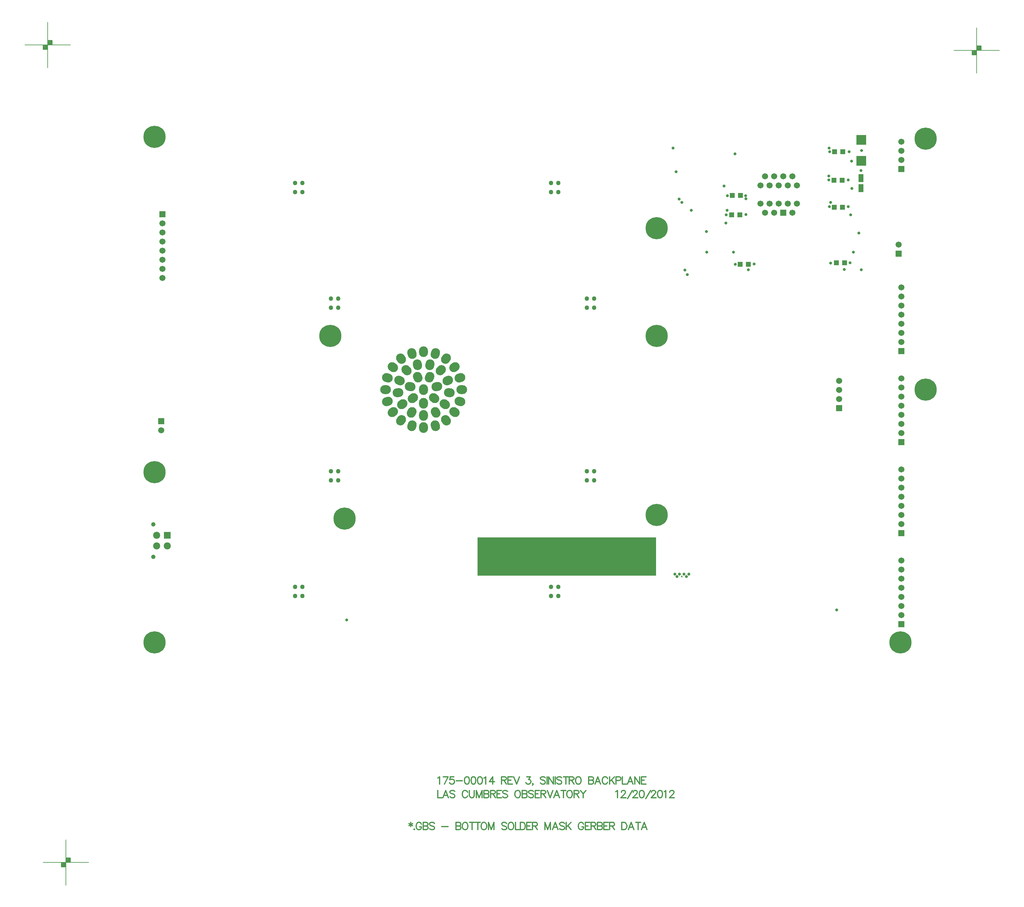
<source format=gbs>
%FSLAX23Y23*%
%MOIN*%
G70*
G01*
G75*
G04 Layer_Color=16711935*
%ADD10R,0.037X0.035*%
%ADD11R,0.037X0.035*%
%ADD12R,0.070X0.135*%
%ADD13R,0.036X0.036*%
%ADD14R,0.036X0.028*%
%ADD15R,0.100X0.100*%
%ADD16R,0.078X0.048*%
%ADD17R,0.050X0.050*%
%ADD18R,0.050X0.050*%
%ADD19R,0.016X0.085*%
%ADD20R,0.709X0.020*%
%ADD21R,0.048X0.078*%
%ADD22R,0.135X0.070*%
%ADD23C,0.010*%
%ADD24C,0.030*%
%ADD25C,0.050*%
%ADD26C,0.006*%
%ADD27C,0.012*%
%ADD28C,0.008*%
%ADD29C,0.012*%
%ADD30C,0.012*%
%ADD31C,0.050*%
%ADD32O,0.090X0.110*%
G04:AMPARAMS|DCode=33|XSize=90mil|YSize=110mil|CornerRadius=0mil|HoleSize=0mil|Usage=FLASHONLY|Rotation=231.428|XOffset=0mil|YOffset=0mil|HoleType=Round|Shape=Round|*
%AMOVALD33*
21,1,0.020,0.090,0.000,0.000,321.4*
1,1,0.090,-0.008,0.006*
1,1,0.090,0.008,-0.006*
%
%ADD33OVALD33*%

G04:AMPARAMS|DCode=34|XSize=90mil|YSize=110mil|CornerRadius=0mil|HoleSize=0mil|Usage=FLASHONLY|Rotation=282.856|XOffset=0mil|YOffset=0mil|HoleType=Round|Shape=Round|*
%AMOVALD34*
21,1,0.020,0.090,0.000,0.000,12.9*
1,1,0.090,-0.010,-0.002*
1,1,0.090,0.010,0.002*
%
%ADD34OVALD34*%

G04:AMPARAMS|DCode=35|XSize=90mil|YSize=110mil|CornerRadius=0mil|HoleSize=0mil|Usage=FLASHONLY|Rotation=334.284|XOffset=0mil|YOffset=0mil|HoleType=Round|Shape=Round|*
%AMOVALD35*
21,1,0.020,0.090,0.000,0.000,64.3*
1,1,0.090,-0.004,-0.009*
1,1,0.090,0.004,0.009*
%
%ADD35OVALD35*%

G04:AMPARAMS|DCode=36|XSize=90mil|YSize=110mil|CornerRadius=0mil|HoleSize=0mil|Usage=FLASHONLY|Rotation=25.712|XOffset=0mil|YOffset=0mil|HoleType=Round|Shape=Round|*
%AMOVALD36*
21,1,0.020,0.090,0.000,0.000,115.7*
1,1,0.090,0.004,-0.009*
1,1,0.090,-0.004,0.009*
%
%ADD36OVALD36*%

G04:AMPARAMS|DCode=37|XSize=90mil|YSize=110mil|CornerRadius=0mil|HoleSize=0mil|Usage=FLASHONLY|Rotation=77.140|XOffset=0mil|YOffset=0mil|HoleType=Round|Shape=Round|*
%AMOVALD37*
21,1,0.020,0.090,0.000,0.000,167.1*
1,1,0.090,0.010,-0.002*
1,1,0.090,-0.010,0.002*
%
%ADD37OVALD37*%

G04:AMPARAMS|DCode=38|XSize=90mil|YSize=110mil|CornerRadius=0mil|HoleSize=0mil|Usage=FLASHONLY|Rotation=128.568|XOffset=0mil|YOffset=0mil|HoleType=Round|Shape=Round|*
%AMOVALD38*
21,1,0.020,0.090,0.000,0.000,218.6*
1,1,0.090,0.008,0.006*
1,1,0.090,-0.008,-0.006*
%
%ADD38OVALD38*%

G04:AMPARAMS|DCode=39|XSize=90mil|YSize=110mil|CornerRadius=0mil|HoleSize=0mil|Usage=FLASHONLY|Rotation=207.692|XOffset=0mil|YOffset=0mil|HoleType=Round|Shape=Round|*
%AMOVALD39*
21,1,0.020,0.090,0.000,0.000,297.7*
1,1,0.090,-0.005,0.009*
1,1,0.090,0.005,-0.009*
%
%ADD39OVALD39*%

G04:AMPARAMS|DCode=40|XSize=90mil|YSize=110mil|CornerRadius=0mil|HoleSize=0mil|Usage=FLASHONLY|Rotation=235.384|XOffset=0mil|YOffset=0mil|HoleType=Round|Shape=Round|*
%AMOVALD40*
21,1,0.020,0.090,0.000,0.000,325.4*
1,1,0.090,-0.008,0.006*
1,1,0.090,0.008,-0.006*
%
%ADD40OVALD40*%

G04:AMPARAMS|DCode=41|XSize=90mil|YSize=110mil|CornerRadius=0mil|HoleSize=0mil|Usage=FLASHONLY|Rotation=263.076|XOffset=0mil|YOffset=0mil|HoleType=Round|Shape=Round|*
%AMOVALD41*
21,1,0.020,0.090,0.000,0.000,353.1*
1,1,0.090,-0.010,0.001*
1,1,0.090,0.010,-0.001*
%
%ADD41OVALD41*%

G04:AMPARAMS|DCode=42|XSize=90mil|YSize=110mil|CornerRadius=0mil|HoleSize=0mil|Usage=FLASHONLY|Rotation=290.768|XOffset=0mil|YOffset=0mil|HoleType=Round|Shape=Round|*
%AMOVALD42*
21,1,0.020,0.090,0.000,0.000,20.8*
1,1,0.090,-0.009,-0.004*
1,1,0.090,0.009,0.004*
%
%ADD42OVALD42*%

G04:AMPARAMS|DCode=43|XSize=90mil|YSize=110mil|CornerRadius=0mil|HoleSize=0mil|Usage=FLASHONLY|Rotation=318.460|XOffset=0mil|YOffset=0mil|HoleType=Round|Shape=Round|*
%AMOVALD43*
21,1,0.020,0.090,0.000,0.000,48.5*
1,1,0.090,-0.007,-0.007*
1,1,0.090,0.007,0.007*
%
%ADD43OVALD43*%

G04:AMPARAMS|DCode=44|XSize=90mil|YSize=110mil|CornerRadius=0mil|HoleSize=0mil|Usage=FLASHONLY|Rotation=346.152|XOffset=0mil|YOffset=0mil|HoleType=Round|Shape=Round|*
%AMOVALD44*
21,1,0.020,0.090,0.000,0.000,76.2*
1,1,0.090,-0.002,-0.010*
1,1,0.090,0.002,0.010*
%
%ADD44OVALD44*%

G04:AMPARAMS|DCode=45|XSize=90mil|YSize=110mil|CornerRadius=0mil|HoleSize=0mil|Usage=FLASHONLY|Rotation=13.844|XOffset=0mil|YOffset=0mil|HoleType=Round|Shape=Round|*
%AMOVALD45*
21,1,0.020,0.090,0.000,0.000,103.8*
1,1,0.090,0.002,-0.010*
1,1,0.090,-0.002,0.010*
%
%ADD45OVALD45*%

G04:AMPARAMS|DCode=46|XSize=90mil|YSize=110mil|CornerRadius=0mil|HoleSize=0mil|Usage=FLASHONLY|Rotation=41.536|XOffset=0mil|YOffset=0mil|HoleType=Round|Shape=Round|*
%AMOVALD46*
21,1,0.020,0.090,0.000,0.000,131.5*
1,1,0.090,0.007,-0.007*
1,1,0.090,-0.007,0.007*
%
%ADD46OVALD46*%

G04:AMPARAMS|DCode=47|XSize=90mil|YSize=110mil|CornerRadius=0mil|HoleSize=0mil|Usage=FLASHONLY|Rotation=69.228|XOffset=0mil|YOffset=0mil|HoleType=Round|Shape=Round|*
%AMOVALD47*
21,1,0.020,0.090,0.000,0.000,159.2*
1,1,0.090,0.009,-0.004*
1,1,0.090,-0.009,0.004*
%
%ADD47OVALD47*%

G04:AMPARAMS|DCode=48|XSize=90mil|YSize=110mil|CornerRadius=0mil|HoleSize=0mil|Usage=FLASHONLY|Rotation=96.920|XOffset=0mil|YOffset=0mil|HoleType=Round|Shape=Round|*
%AMOVALD48*
21,1,0.020,0.090,0.000,0.000,186.9*
1,1,0.090,0.010,0.001*
1,1,0.090,-0.010,-0.001*
%
%ADD48OVALD48*%

G04:AMPARAMS|DCode=49|XSize=90mil|YSize=110mil|CornerRadius=0mil|HoleSize=0mil|Usage=FLASHONLY|Rotation=124.612|XOffset=0mil|YOffset=0mil|HoleType=Round|Shape=Round|*
%AMOVALD49*
21,1,0.020,0.090,0.000,0.000,214.6*
1,1,0.090,0.008,0.006*
1,1,0.090,-0.008,-0.006*
%
%ADD49OVALD49*%

G04:AMPARAMS|DCode=50|XSize=90mil|YSize=110mil|CornerRadius=0mil|HoleSize=0mil|Usage=FLASHONLY|Rotation=152.304|XOffset=0mil|YOffset=0mil|HoleType=Round|Shape=Round|*
%AMOVALD50*
21,1,0.020,0.090,0.000,0.000,242.3*
1,1,0.090,0.005,0.009*
1,1,0.090,-0.005,-0.009*
%
%ADD50OVALD50*%

G04:AMPARAMS|DCode=51|XSize=90mil|YSize=110mil|CornerRadius=0mil|HoleSize=0mil|Usage=FLASHONLY|Rotation=198.000|XOffset=0mil|YOffset=0mil|HoleType=Round|Shape=Round|*
%AMOVALD51*
21,1,0.020,0.090,0.000,0.000,288.0*
1,1,0.090,-0.003,0.010*
1,1,0.090,0.003,-0.010*
%
%ADD51OVALD51*%

G04:AMPARAMS|DCode=52|XSize=90mil|YSize=110mil|CornerRadius=0mil|HoleSize=0mil|Usage=FLASHONLY|Rotation=216.000|XOffset=0mil|YOffset=0mil|HoleType=Round|Shape=Round|*
%AMOVALD52*
21,1,0.020,0.090,0.000,0.000,306.0*
1,1,0.090,-0.006,0.008*
1,1,0.090,0.006,-0.008*
%
%ADD52OVALD52*%

G04:AMPARAMS|DCode=53|XSize=90mil|YSize=110mil|CornerRadius=0mil|HoleSize=0mil|Usage=FLASHONLY|Rotation=234.000|XOffset=0mil|YOffset=0mil|HoleType=Round|Shape=Round|*
%AMOVALD53*
21,1,0.020,0.090,0.000,0.000,324.0*
1,1,0.090,-0.008,0.006*
1,1,0.090,0.008,-0.006*
%
%ADD53OVALD53*%

G04:AMPARAMS|DCode=54|XSize=90mil|YSize=110mil|CornerRadius=0mil|HoleSize=0mil|Usage=FLASHONLY|Rotation=252.000|XOffset=0mil|YOffset=0mil|HoleType=Round|Shape=Round|*
%AMOVALD54*
21,1,0.020,0.090,0.000,0.000,342.0*
1,1,0.090,-0.010,0.003*
1,1,0.090,0.010,-0.003*
%
%ADD54OVALD54*%

%ADD55O,0.110X0.090*%
G04:AMPARAMS|DCode=56|XSize=90mil|YSize=110mil|CornerRadius=0mil|HoleSize=0mil|Usage=FLASHONLY|Rotation=288.000|XOffset=0mil|YOffset=0mil|HoleType=Round|Shape=Round|*
%AMOVALD56*
21,1,0.020,0.090,0.000,0.000,18.0*
1,1,0.090,-0.010,-0.003*
1,1,0.090,0.010,0.003*
%
%ADD56OVALD56*%

G04:AMPARAMS|DCode=57|XSize=90mil|YSize=110mil|CornerRadius=0mil|HoleSize=0mil|Usage=FLASHONLY|Rotation=306.000|XOffset=0mil|YOffset=0mil|HoleType=Round|Shape=Round|*
%AMOVALD57*
21,1,0.020,0.090,0.000,0.000,36.0*
1,1,0.090,-0.008,-0.006*
1,1,0.090,0.008,0.006*
%
%ADD57OVALD57*%

G04:AMPARAMS|DCode=58|XSize=90mil|YSize=110mil|CornerRadius=0mil|HoleSize=0mil|Usage=FLASHONLY|Rotation=324.000|XOffset=0mil|YOffset=0mil|HoleType=Round|Shape=Round|*
%AMOVALD58*
21,1,0.020,0.090,0.000,0.000,54.0*
1,1,0.090,-0.006,-0.008*
1,1,0.090,0.006,0.008*
%
%ADD58OVALD58*%

G04:AMPARAMS|DCode=59|XSize=90mil|YSize=110mil|CornerRadius=0mil|HoleSize=0mil|Usage=FLASHONLY|Rotation=342.000|XOffset=0mil|YOffset=0mil|HoleType=Round|Shape=Round|*
%AMOVALD59*
21,1,0.020,0.090,0.000,0.000,72.0*
1,1,0.090,-0.003,-0.010*
1,1,0.090,0.003,0.010*
%
%ADD59OVALD59*%

%ADD60C,0.059*%
%ADD61R,0.059X0.059*%
%ADD62R,0.070X0.070*%
%ADD63C,0.070*%
%ADD64C,0.040*%
%ADD65C,0.236*%
%ADD66C,0.024*%
%ADD67C,0.010*%
%ADD68C,0.040*%
%ADD69C,0.065*%
G04:AMPARAMS|DCode=70|XSize=85mil|YSize=85mil|CornerRadius=0mil|HoleSize=0mil|Usage=FLASHONLY|Rotation=0.000|XOffset=0mil|YOffset=0mil|HoleType=Round|Shape=Relief|Width=10mil|Gap=10mil|Entries=4|*
%AMTHD70*
7,0,0,0.085,0.065,0.010,45*
%
%ADD70THD70*%
G04:AMPARAMS|DCode=71|XSize=130mil|YSize=130mil|CornerRadius=0mil|HoleSize=0mil|Usage=FLASHONLY|Rotation=0.000|XOffset=0mil|YOffset=0mil|HoleType=Round|Shape=Relief|Width=10mil|Gap=10mil|Entries=4|*
%AMTHD71*
7,0,0,0.130,0.110,0.010,45*
%
%ADD71THD71*%
%ADD72C,0.110*%
%ADD73C,0.079*%
G04:AMPARAMS|DCode=74|XSize=99.37mil|YSize=99.37mil|CornerRadius=0mil|HoleSize=0mil|Usage=FLASHONLY|Rotation=0.000|XOffset=0mil|YOffset=0mil|HoleType=Round|Shape=Relief|Width=10mil|Gap=10mil|Entries=4|*
%AMTHD74*
7,0,0,0.099,0.079,0.010,45*
%
%ADD74THD74*%
%ADD75C,0.075*%
%ADD76C,0.080*%
G04:AMPARAMS|DCode=77|XSize=95.433mil|YSize=95.433mil|CornerRadius=0mil|HoleSize=0mil|Usage=FLASHONLY|Rotation=0.000|XOffset=0mil|YOffset=0mil|HoleType=Round|Shape=Relief|Width=10mil|Gap=10mil|Entries=4|*
%AMTHD77*
7,0,0,0.095,0.075,0.010,45*
%
%ADD77THD77*%
%ADD78C,0.174*%
G04:AMPARAMS|DCode=79|XSize=70mil|YSize=70mil|CornerRadius=0mil|HoleSize=0mil|Usage=FLASHONLY|Rotation=0.000|XOffset=0mil|YOffset=0mil|HoleType=Round|Shape=Relief|Width=10mil|Gap=10mil|Entries=4|*
%AMTHD79*
7,0,0,0.070,0.050,0.010,45*
%
%ADD79THD79*%
%ADD80C,0.020*%
G04:AMPARAMS|DCode=81|XSize=100mil|YSize=100mil|CornerRadius=0mil|HoleSize=0mil|Usage=FLASHONLY|Rotation=0.000|XOffset=0mil|YOffset=0mil|HoleType=Round|Shape=Relief|Width=10mil|Gap=10mil|Entries=4|*
%AMTHD81*
7,0,0,0.100,0.080,0.010,45*
%
%ADD81THD81*%
%ADD82C,0.010*%
%ADD83C,0.008*%
%ADD84C,0.007*%
%ADD85R,0.257X0.178*%
%ADD86R,1.096X0.079*%
%ADD87R,1.496X0.079*%
%ADD88R,1.000X0.079*%
%ADD89R,0.045X0.043*%
%ADD90R,0.045X0.043*%
%ADD91R,0.078X0.143*%
%ADD92R,0.044X0.044*%
%ADD93R,0.044X0.036*%
%ADD94R,0.108X0.108*%
%ADD95R,0.086X0.056*%
%ADD96R,0.058X0.058*%
%ADD97R,0.058X0.058*%
%ADD98R,0.024X0.093*%
%ADD99R,0.717X0.028*%
%ADD100R,0.056X0.086*%
%ADD101R,0.143X0.078*%
%ADD102O,0.098X0.118*%
G04:AMPARAMS|DCode=103|XSize=98mil|YSize=118mil|CornerRadius=0mil|HoleSize=0mil|Usage=FLASHONLY|Rotation=231.428|XOffset=0mil|YOffset=0mil|HoleType=Round|Shape=Round|*
%AMOVALD103*
21,1,0.020,0.098,0.000,0.000,321.4*
1,1,0.098,-0.008,0.006*
1,1,0.098,0.008,-0.006*
%
%ADD103OVALD103*%

G04:AMPARAMS|DCode=104|XSize=98mil|YSize=118mil|CornerRadius=0mil|HoleSize=0mil|Usage=FLASHONLY|Rotation=282.856|XOffset=0mil|YOffset=0mil|HoleType=Round|Shape=Round|*
%AMOVALD104*
21,1,0.020,0.098,0.000,0.000,12.9*
1,1,0.098,-0.010,-0.002*
1,1,0.098,0.010,0.002*
%
%ADD104OVALD104*%

G04:AMPARAMS|DCode=105|XSize=98mil|YSize=118mil|CornerRadius=0mil|HoleSize=0mil|Usage=FLASHONLY|Rotation=334.284|XOffset=0mil|YOffset=0mil|HoleType=Round|Shape=Round|*
%AMOVALD105*
21,1,0.020,0.098,0.000,0.000,64.3*
1,1,0.098,-0.004,-0.009*
1,1,0.098,0.004,0.009*
%
%ADD105OVALD105*%

G04:AMPARAMS|DCode=106|XSize=98mil|YSize=118mil|CornerRadius=0mil|HoleSize=0mil|Usage=FLASHONLY|Rotation=25.712|XOffset=0mil|YOffset=0mil|HoleType=Round|Shape=Round|*
%AMOVALD106*
21,1,0.020,0.098,0.000,0.000,115.7*
1,1,0.098,0.004,-0.009*
1,1,0.098,-0.004,0.009*
%
%ADD106OVALD106*%

G04:AMPARAMS|DCode=107|XSize=98mil|YSize=118mil|CornerRadius=0mil|HoleSize=0mil|Usage=FLASHONLY|Rotation=77.140|XOffset=0mil|YOffset=0mil|HoleType=Round|Shape=Round|*
%AMOVALD107*
21,1,0.020,0.098,0.000,0.000,167.1*
1,1,0.098,0.010,-0.002*
1,1,0.098,-0.010,0.002*
%
%ADD107OVALD107*%

G04:AMPARAMS|DCode=108|XSize=98mil|YSize=118mil|CornerRadius=0mil|HoleSize=0mil|Usage=FLASHONLY|Rotation=128.568|XOffset=0mil|YOffset=0mil|HoleType=Round|Shape=Round|*
%AMOVALD108*
21,1,0.020,0.098,0.000,0.000,218.6*
1,1,0.098,0.008,0.006*
1,1,0.098,-0.008,-0.006*
%
%ADD108OVALD108*%

G04:AMPARAMS|DCode=109|XSize=98mil|YSize=118mil|CornerRadius=0mil|HoleSize=0mil|Usage=FLASHONLY|Rotation=207.692|XOffset=0mil|YOffset=0mil|HoleType=Round|Shape=Round|*
%AMOVALD109*
21,1,0.020,0.098,0.000,0.000,297.7*
1,1,0.098,-0.005,0.009*
1,1,0.098,0.005,-0.009*
%
%ADD109OVALD109*%

G04:AMPARAMS|DCode=110|XSize=98mil|YSize=118mil|CornerRadius=0mil|HoleSize=0mil|Usage=FLASHONLY|Rotation=235.384|XOffset=0mil|YOffset=0mil|HoleType=Round|Shape=Round|*
%AMOVALD110*
21,1,0.020,0.098,0.000,0.000,325.4*
1,1,0.098,-0.008,0.006*
1,1,0.098,0.008,-0.006*
%
%ADD110OVALD110*%

G04:AMPARAMS|DCode=111|XSize=98mil|YSize=118mil|CornerRadius=0mil|HoleSize=0mil|Usage=FLASHONLY|Rotation=263.076|XOffset=0mil|YOffset=0mil|HoleType=Round|Shape=Round|*
%AMOVALD111*
21,1,0.020,0.098,0.000,0.000,353.1*
1,1,0.098,-0.010,0.001*
1,1,0.098,0.010,-0.001*
%
%ADD111OVALD111*%

G04:AMPARAMS|DCode=112|XSize=98mil|YSize=118mil|CornerRadius=0mil|HoleSize=0mil|Usage=FLASHONLY|Rotation=290.768|XOffset=0mil|YOffset=0mil|HoleType=Round|Shape=Round|*
%AMOVALD112*
21,1,0.020,0.098,0.000,0.000,20.8*
1,1,0.098,-0.009,-0.004*
1,1,0.098,0.009,0.004*
%
%ADD112OVALD112*%

G04:AMPARAMS|DCode=113|XSize=98mil|YSize=118mil|CornerRadius=0mil|HoleSize=0mil|Usage=FLASHONLY|Rotation=318.460|XOffset=0mil|YOffset=0mil|HoleType=Round|Shape=Round|*
%AMOVALD113*
21,1,0.020,0.098,0.000,0.000,48.5*
1,1,0.098,-0.007,-0.007*
1,1,0.098,0.007,0.007*
%
%ADD113OVALD113*%

G04:AMPARAMS|DCode=114|XSize=98mil|YSize=118mil|CornerRadius=0mil|HoleSize=0mil|Usage=FLASHONLY|Rotation=346.152|XOffset=0mil|YOffset=0mil|HoleType=Round|Shape=Round|*
%AMOVALD114*
21,1,0.020,0.098,0.000,0.000,76.2*
1,1,0.098,-0.002,-0.010*
1,1,0.098,0.002,0.010*
%
%ADD114OVALD114*%

G04:AMPARAMS|DCode=115|XSize=98mil|YSize=118mil|CornerRadius=0mil|HoleSize=0mil|Usage=FLASHONLY|Rotation=13.844|XOffset=0mil|YOffset=0mil|HoleType=Round|Shape=Round|*
%AMOVALD115*
21,1,0.020,0.098,0.000,0.000,103.8*
1,1,0.098,0.002,-0.010*
1,1,0.098,-0.002,0.010*
%
%ADD115OVALD115*%

G04:AMPARAMS|DCode=116|XSize=98mil|YSize=118mil|CornerRadius=0mil|HoleSize=0mil|Usage=FLASHONLY|Rotation=41.536|XOffset=0mil|YOffset=0mil|HoleType=Round|Shape=Round|*
%AMOVALD116*
21,1,0.020,0.098,0.000,0.000,131.5*
1,1,0.098,0.007,-0.007*
1,1,0.098,-0.007,0.007*
%
%ADD116OVALD116*%

G04:AMPARAMS|DCode=117|XSize=98mil|YSize=118mil|CornerRadius=0mil|HoleSize=0mil|Usage=FLASHONLY|Rotation=69.228|XOffset=0mil|YOffset=0mil|HoleType=Round|Shape=Round|*
%AMOVALD117*
21,1,0.020,0.098,0.000,0.000,159.2*
1,1,0.098,0.009,-0.004*
1,1,0.098,-0.009,0.004*
%
%ADD117OVALD117*%

G04:AMPARAMS|DCode=118|XSize=98mil|YSize=118mil|CornerRadius=0mil|HoleSize=0mil|Usage=FLASHONLY|Rotation=96.920|XOffset=0mil|YOffset=0mil|HoleType=Round|Shape=Round|*
%AMOVALD118*
21,1,0.020,0.098,0.000,0.000,186.9*
1,1,0.098,0.010,0.001*
1,1,0.098,-0.010,-0.001*
%
%ADD118OVALD118*%

G04:AMPARAMS|DCode=119|XSize=98mil|YSize=118mil|CornerRadius=0mil|HoleSize=0mil|Usage=FLASHONLY|Rotation=124.612|XOffset=0mil|YOffset=0mil|HoleType=Round|Shape=Round|*
%AMOVALD119*
21,1,0.020,0.098,0.000,0.000,214.6*
1,1,0.098,0.008,0.006*
1,1,0.098,-0.008,-0.006*
%
%ADD119OVALD119*%

G04:AMPARAMS|DCode=120|XSize=98mil|YSize=118mil|CornerRadius=0mil|HoleSize=0mil|Usage=FLASHONLY|Rotation=152.304|XOffset=0mil|YOffset=0mil|HoleType=Round|Shape=Round|*
%AMOVALD120*
21,1,0.020,0.098,0.000,0.000,242.3*
1,1,0.098,0.005,0.009*
1,1,0.098,-0.005,-0.009*
%
%ADD120OVALD120*%

G04:AMPARAMS|DCode=121|XSize=98mil|YSize=118mil|CornerRadius=0mil|HoleSize=0mil|Usage=FLASHONLY|Rotation=198.000|XOffset=0mil|YOffset=0mil|HoleType=Round|Shape=Round|*
%AMOVALD121*
21,1,0.020,0.098,0.000,0.000,288.0*
1,1,0.098,-0.003,0.010*
1,1,0.098,0.003,-0.010*
%
%ADD121OVALD121*%

G04:AMPARAMS|DCode=122|XSize=98mil|YSize=118mil|CornerRadius=0mil|HoleSize=0mil|Usage=FLASHONLY|Rotation=216.000|XOffset=0mil|YOffset=0mil|HoleType=Round|Shape=Round|*
%AMOVALD122*
21,1,0.020,0.098,0.000,0.000,306.0*
1,1,0.098,-0.006,0.008*
1,1,0.098,0.006,-0.008*
%
%ADD122OVALD122*%

G04:AMPARAMS|DCode=123|XSize=98mil|YSize=118mil|CornerRadius=0mil|HoleSize=0mil|Usage=FLASHONLY|Rotation=234.000|XOffset=0mil|YOffset=0mil|HoleType=Round|Shape=Round|*
%AMOVALD123*
21,1,0.020,0.098,0.000,0.000,324.0*
1,1,0.098,-0.008,0.006*
1,1,0.098,0.008,-0.006*
%
%ADD123OVALD123*%

G04:AMPARAMS|DCode=124|XSize=98mil|YSize=118mil|CornerRadius=0mil|HoleSize=0mil|Usage=FLASHONLY|Rotation=252.000|XOffset=0mil|YOffset=0mil|HoleType=Round|Shape=Round|*
%AMOVALD124*
21,1,0.020,0.098,0.000,0.000,342.0*
1,1,0.098,-0.010,0.003*
1,1,0.098,0.010,-0.003*
%
%ADD124OVALD124*%

%ADD125O,0.118X0.098*%
G04:AMPARAMS|DCode=126|XSize=98mil|YSize=118mil|CornerRadius=0mil|HoleSize=0mil|Usage=FLASHONLY|Rotation=288.000|XOffset=0mil|YOffset=0mil|HoleType=Round|Shape=Round|*
%AMOVALD126*
21,1,0.020,0.098,0.000,0.000,18.0*
1,1,0.098,-0.010,-0.003*
1,1,0.098,0.010,0.003*
%
%ADD126OVALD126*%

G04:AMPARAMS|DCode=127|XSize=98mil|YSize=118mil|CornerRadius=0mil|HoleSize=0mil|Usage=FLASHONLY|Rotation=306.000|XOffset=0mil|YOffset=0mil|HoleType=Round|Shape=Round|*
%AMOVALD127*
21,1,0.020,0.098,0.000,0.000,36.0*
1,1,0.098,-0.008,-0.006*
1,1,0.098,0.008,0.006*
%
%ADD127OVALD127*%

G04:AMPARAMS|DCode=128|XSize=98mil|YSize=118mil|CornerRadius=0mil|HoleSize=0mil|Usage=FLASHONLY|Rotation=324.000|XOffset=0mil|YOffset=0mil|HoleType=Round|Shape=Round|*
%AMOVALD128*
21,1,0.020,0.098,0.000,0.000,54.0*
1,1,0.098,-0.006,-0.008*
1,1,0.098,0.006,0.008*
%
%ADD128OVALD128*%

G04:AMPARAMS|DCode=129|XSize=98mil|YSize=118mil|CornerRadius=0mil|HoleSize=0mil|Usage=FLASHONLY|Rotation=342.000|XOffset=0mil|YOffset=0mil|HoleType=Round|Shape=Round|*
%AMOVALD129*
21,1,0.020,0.098,0.000,0.000,72.0*
1,1,0.098,-0.003,-0.010*
1,1,0.098,0.003,0.010*
%
%ADD129OVALD129*%

%ADD130C,0.067*%
%ADD131R,0.067X0.067*%
%ADD132R,0.078X0.078*%
%ADD133C,0.078*%
%ADD134C,0.048*%
%ADD135C,0.244*%
%ADD136C,0.032*%
%ADD137C,0.018*%
%ADD138R,1.960X0.420*%
D27*
X32017Y19469D02*
Y19423D01*
X31998Y19457D02*
X32036Y19434D01*
Y19457D02*
X31998Y19434D01*
X32056Y19396D02*
X32052Y19393D01*
X32056Y19389D01*
X32060Y19393D01*
X32056Y19396D01*
X32134Y19450D02*
X32130Y19457D01*
X32123Y19465D01*
X32115Y19469D01*
X32100D01*
X32092Y19465D01*
X32085Y19457D01*
X32081Y19450D01*
X32077Y19438D01*
Y19419D01*
X32081Y19408D01*
X32085Y19400D01*
X32092Y19393D01*
X32100Y19389D01*
X32115D01*
X32123Y19393D01*
X32130Y19400D01*
X32134Y19408D01*
Y19419D01*
X32115D02*
X32134D01*
X32153Y19469D02*
Y19389D01*
Y19469D02*
X32187D01*
X32198Y19465D01*
X32202Y19461D01*
X32206Y19453D01*
Y19446D01*
X32202Y19438D01*
X32198Y19434D01*
X32187Y19431D01*
X32153D02*
X32187D01*
X32198Y19427D01*
X32202Y19423D01*
X32206Y19415D01*
Y19404D01*
X32202Y19396D01*
X32198Y19393D01*
X32187Y19389D01*
X32153D01*
X32277Y19457D02*
X32269Y19465D01*
X32258Y19469D01*
X32243D01*
X32231Y19465D01*
X32224Y19457D01*
Y19450D01*
X32228Y19442D01*
X32231Y19438D01*
X32239Y19434D01*
X32262Y19427D01*
X32269Y19423D01*
X32273Y19419D01*
X32277Y19412D01*
Y19400D01*
X32269Y19393D01*
X32258Y19389D01*
X32243D01*
X32231Y19393D01*
X32224Y19400D01*
X32358Y19423D02*
X32426D01*
X32513Y19469D02*
Y19389D01*
Y19469D02*
X32547D01*
X32559Y19465D01*
X32562Y19461D01*
X32566Y19453D01*
Y19446D01*
X32562Y19438D01*
X32559Y19434D01*
X32547Y19431D01*
X32513D02*
X32547D01*
X32559Y19427D01*
X32562Y19423D01*
X32566Y19415D01*
Y19404D01*
X32562Y19396D01*
X32559Y19393D01*
X32547Y19389D01*
X32513D01*
X32607Y19469D02*
X32599Y19465D01*
X32592Y19457D01*
X32588Y19450D01*
X32584Y19438D01*
Y19419D01*
X32588Y19408D01*
X32592Y19400D01*
X32599Y19393D01*
X32607Y19389D01*
X32622D01*
X32630Y19393D01*
X32637Y19400D01*
X32641Y19408D01*
X32645Y19419D01*
Y19438D01*
X32641Y19450D01*
X32637Y19457D01*
X32630Y19465D01*
X32622Y19469D01*
X32607D01*
X32690D02*
Y19389D01*
X32664Y19469D02*
X32717D01*
X32753D02*
Y19389D01*
X32727Y19469D02*
X32780D01*
X32812D02*
X32805Y19465D01*
X32797Y19457D01*
X32793Y19450D01*
X32789Y19438D01*
Y19419D01*
X32793Y19408D01*
X32797Y19400D01*
X32805Y19393D01*
X32812Y19389D01*
X32827D01*
X32835Y19393D01*
X32843Y19400D01*
X32847Y19408D01*
X32850Y19419D01*
Y19438D01*
X32847Y19450D01*
X32843Y19457D01*
X32835Y19465D01*
X32827Y19469D01*
X32812D01*
X32869D02*
Y19389D01*
Y19469D02*
X32899Y19389D01*
X32930Y19469D02*
X32899Y19389D01*
X32930Y19469D02*
Y19389D01*
X33069Y19457D02*
X33061Y19465D01*
X33050Y19469D01*
X33035D01*
X33023Y19465D01*
X33016Y19457D01*
Y19450D01*
X33019Y19442D01*
X33023Y19438D01*
X33031Y19434D01*
X33054Y19427D01*
X33061Y19423D01*
X33065Y19419D01*
X33069Y19412D01*
Y19400D01*
X33061Y19393D01*
X33050Y19389D01*
X33035D01*
X33023Y19393D01*
X33016Y19400D01*
X33110Y19469D02*
X33102Y19465D01*
X33094Y19457D01*
X33091Y19450D01*
X33087Y19438D01*
Y19419D01*
X33091Y19408D01*
X33094Y19400D01*
X33102Y19393D01*
X33110Y19389D01*
X33125D01*
X33133Y19393D01*
X33140Y19400D01*
X33144Y19408D01*
X33148Y19419D01*
Y19438D01*
X33144Y19450D01*
X33140Y19457D01*
X33133Y19465D01*
X33125Y19469D01*
X33110D01*
X33166D02*
Y19389D01*
X33212D01*
X33221Y19469D02*
Y19389D01*
Y19469D02*
X33248D01*
X33259Y19465D01*
X33267Y19457D01*
X33270Y19450D01*
X33274Y19438D01*
Y19419D01*
X33270Y19408D01*
X33267Y19400D01*
X33259Y19393D01*
X33248Y19389D01*
X33221D01*
X33342Y19469D02*
X33292D01*
Y19389D01*
X33342D01*
X33292Y19431D02*
X33323D01*
X33355Y19469D02*
Y19389D01*
Y19469D02*
X33389D01*
X33401Y19465D01*
X33404Y19461D01*
X33408Y19453D01*
Y19446D01*
X33404Y19438D01*
X33401Y19434D01*
X33389Y19431D01*
X33355D01*
X33382D02*
X33408Y19389D01*
X33489Y19469D02*
Y19389D01*
Y19469D02*
X33520Y19389D01*
X33550Y19469D02*
X33520Y19389D01*
X33550Y19469D02*
Y19389D01*
X33634D02*
X33603Y19469D01*
X33573Y19389D01*
X33584Y19415D02*
X33622D01*
X33706Y19457D02*
X33698Y19465D01*
X33687Y19469D01*
X33671D01*
X33660Y19465D01*
X33652Y19457D01*
Y19450D01*
X33656Y19442D01*
X33660Y19438D01*
X33668Y19434D01*
X33691Y19427D01*
X33698Y19423D01*
X33702Y19419D01*
X33706Y19412D01*
Y19400D01*
X33698Y19393D01*
X33687Y19389D01*
X33671D01*
X33660Y19393D01*
X33652Y19400D01*
X33724Y19469D02*
Y19389D01*
X33777Y19469D02*
X33724Y19415D01*
X33743Y19434D02*
X33777Y19389D01*
X33915Y19450D02*
X33911Y19457D01*
X33903Y19465D01*
X33896Y19469D01*
X33881D01*
X33873Y19465D01*
X33865Y19457D01*
X33862Y19450D01*
X33858Y19438D01*
Y19419D01*
X33862Y19408D01*
X33865Y19400D01*
X33873Y19393D01*
X33881Y19389D01*
X33896D01*
X33903Y19393D01*
X33911Y19400D01*
X33915Y19408D01*
Y19419D01*
X33896D02*
X33915D01*
X33983Y19469D02*
X33933D01*
Y19389D01*
X33983D01*
X33933Y19431D02*
X33964D01*
X33996Y19469D02*
Y19389D01*
Y19469D02*
X34030D01*
X34042Y19465D01*
X34045Y19461D01*
X34049Y19453D01*
Y19446D01*
X34045Y19438D01*
X34042Y19434D01*
X34030Y19431D01*
X33996D01*
X34023D02*
X34049Y19389D01*
X34067Y19469D02*
Y19389D01*
Y19469D02*
X34101D01*
X34113Y19465D01*
X34117Y19461D01*
X34121Y19453D01*
Y19446D01*
X34117Y19438D01*
X34113Y19434D01*
X34101Y19431D01*
X34067D02*
X34101D01*
X34113Y19427D01*
X34117Y19423D01*
X34121Y19415D01*
Y19404D01*
X34117Y19396D01*
X34113Y19393D01*
X34101Y19389D01*
X34067D01*
X34188Y19469D02*
X34138D01*
Y19389D01*
X34188D01*
X34138Y19431D02*
X34169D01*
X34201Y19469D02*
Y19389D01*
Y19469D02*
X34236D01*
X34247Y19465D01*
X34251Y19461D01*
X34255Y19453D01*
Y19446D01*
X34251Y19438D01*
X34247Y19434D01*
X34236Y19431D01*
X34201D01*
X34228D02*
X34255Y19389D01*
X34335Y19469D02*
Y19389D01*
Y19469D02*
X34362D01*
X34373Y19465D01*
X34381Y19457D01*
X34385Y19450D01*
X34389Y19438D01*
Y19419D01*
X34385Y19408D01*
X34381Y19400D01*
X34373Y19393D01*
X34362Y19389D01*
X34335D01*
X34467D02*
X34437Y19469D01*
X34407Y19389D01*
X34418Y19415D02*
X34456D01*
X34513Y19469D02*
Y19389D01*
X34486Y19469D02*
X34539D01*
X34610Y19389D02*
X34579Y19469D01*
X34549Y19389D01*
X34560Y19415D02*
X34599D01*
D28*
X28229Y18781D02*
Y19281D01*
X27979Y19031D02*
X28479D01*
X28179Y18981D02*
X28229D01*
X28179D02*
Y19031D01*
X28229Y19081D02*
X28279D01*
Y19031D02*
Y19081D01*
X28234Y19036D02*
Y19076D01*
X28274D01*
Y19036D02*
Y19076D01*
X28234Y19036D02*
X28274D01*
X28239Y19041D02*
Y19071D01*
X28269D01*
Y19041D02*
Y19071D01*
X28244Y19041D02*
X28269D01*
X28244Y19046D02*
Y19066D01*
X28264D01*
Y19046D02*
Y19066D01*
X28249Y19046D02*
X28264D01*
X28249Y19051D02*
Y19061D01*
X28259D01*
Y19051D02*
Y19061D01*
X28249Y19051D02*
X28259D01*
X28254D02*
Y19061D01*
X28184Y18986D02*
Y19026D01*
X28224D01*
Y18986D02*
Y19026D01*
X28184Y18986D02*
X28224D01*
X28189Y18991D02*
Y19021D01*
X28219D01*
Y18991D02*
Y19021D01*
X28194Y18991D02*
X28219D01*
X28194Y18996D02*
Y19016D01*
X28214D01*
Y18996D02*
Y19016D01*
X28199Y18996D02*
X28214D01*
X28199Y19001D02*
Y19011D01*
X28209D01*
Y19001D02*
Y19011D01*
X28199Y19001D02*
X28209D01*
X28204D02*
Y19011D01*
X28029Y27761D02*
Y28261D01*
X27779Y28011D02*
X28279D01*
X27979Y27961D02*
X28029D01*
X27979D02*
Y28011D01*
X28029Y28061D02*
X28079D01*
Y28011D02*
Y28061D01*
X28034Y28016D02*
Y28056D01*
X28074D01*
Y28016D02*
Y28056D01*
X28034Y28016D02*
X28074D01*
X28039Y28021D02*
Y28051D01*
X28069D01*
Y28021D02*
Y28051D01*
X28044Y28021D02*
X28069D01*
X28044Y28026D02*
Y28046D01*
X28064D01*
Y28026D02*
Y28046D01*
X28049Y28026D02*
X28064D01*
X28049Y28031D02*
Y28041D01*
X28059D01*
Y28031D02*
Y28041D01*
X28049Y28031D02*
X28059D01*
X28054D02*
Y28041D01*
X27984Y27966D02*
Y28006D01*
X28024D01*
Y27966D02*
Y28006D01*
X27984Y27966D02*
X28024D01*
X27989Y27971D02*
Y28001D01*
X28019D01*
Y27971D02*
Y28001D01*
X27994Y27971D02*
X28019D01*
X27994Y27976D02*
Y27996D01*
X28014D01*
Y27976D02*
Y27996D01*
X27999Y27976D02*
X28014D01*
X27999Y27981D02*
Y27991D01*
X28009D01*
Y27981D02*
Y27991D01*
X27999Y27981D02*
X28009D01*
X28004D02*
Y27991D01*
X38229Y27701D02*
Y28201D01*
X37979Y27951D02*
X38479D01*
X38179Y27901D02*
X38229D01*
X38179D02*
Y27951D01*
X38229Y28001D02*
X38279D01*
Y27951D02*
Y28001D01*
X38234Y27956D02*
Y27996D01*
X38274D01*
Y27956D02*
Y27996D01*
X38234Y27956D02*
X38274D01*
X38239Y27961D02*
Y27991D01*
X38269D01*
Y27961D02*
Y27991D01*
X38244Y27961D02*
X38269D01*
X38244Y27966D02*
Y27986D01*
X38264D01*
Y27966D02*
Y27986D01*
X38249Y27966D02*
X38264D01*
X38249Y27971D02*
Y27981D01*
X38259D01*
Y27971D02*
Y27981D01*
X38249Y27971D02*
X38259D01*
X38254D02*
Y27981D01*
X38184Y27906D02*
Y27946D01*
X38224D01*
Y27906D02*
Y27946D01*
X38184Y27906D02*
X38224D01*
X38189Y27911D02*
Y27941D01*
X38219D01*
Y27911D02*
Y27941D01*
X38194Y27911D02*
X38219D01*
X38194Y27916D02*
Y27936D01*
X38214D01*
Y27916D02*
Y27936D01*
X38199Y27916D02*
X38214D01*
X38199Y27921D02*
Y27931D01*
X38209D01*
Y27921D02*
Y27931D01*
X38199Y27921D02*
X38209D01*
X38204D02*
Y27931D01*
D29*
X32314Y19820D02*
Y19740D01*
X32360D01*
X32430D02*
X32399Y19820D01*
X32369Y19740D01*
X32380Y19767D02*
X32418D01*
X32502Y19809D02*
X32494Y19817D01*
X32483Y19820D01*
X32468D01*
X32456Y19817D01*
X32448Y19809D01*
Y19801D01*
X32452Y19794D01*
X32456Y19790D01*
X32464Y19786D01*
X32487Y19779D01*
X32494Y19775D01*
X32498Y19771D01*
X32502Y19763D01*
Y19752D01*
X32494Y19744D01*
X32483Y19740D01*
X32468D01*
X32456Y19744D01*
X32448Y19752D01*
X32640Y19801D02*
X32636Y19809D01*
X32628Y19817D01*
X32621Y19820D01*
X32605D01*
X32598Y19817D01*
X32590Y19809D01*
X32586Y19801D01*
X32583Y19790D01*
Y19771D01*
X32586Y19759D01*
X32590Y19752D01*
X32598Y19744D01*
X32605Y19740D01*
X32621D01*
X32628Y19744D01*
X32636Y19752D01*
X32640Y19759D01*
X32662Y19820D02*
Y19763D01*
X32666Y19752D01*
X32674Y19744D01*
X32685Y19740D01*
X32693D01*
X32704Y19744D01*
X32712Y19752D01*
X32715Y19763D01*
Y19820D01*
X32738D02*
Y19740D01*
Y19820D02*
X32768Y19740D01*
X32799Y19820D02*
X32768Y19740D01*
X32799Y19820D02*
Y19740D01*
X32821Y19820D02*
Y19740D01*
Y19820D02*
X32856D01*
X32867Y19817D01*
X32871Y19813D01*
X32875Y19805D01*
Y19798D01*
X32871Y19790D01*
X32867Y19786D01*
X32856Y19782D01*
X32821D02*
X32856D01*
X32867Y19779D01*
X32871Y19775D01*
X32875Y19767D01*
Y19756D01*
X32871Y19748D01*
X32867Y19744D01*
X32856Y19740D01*
X32821D01*
X32893Y19820D02*
Y19740D01*
Y19820D02*
X32927D01*
X32938Y19817D01*
X32942Y19813D01*
X32946Y19805D01*
Y19798D01*
X32942Y19790D01*
X32938Y19786D01*
X32927Y19782D01*
X32893D01*
X32919D02*
X32946Y19740D01*
X33013Y19820D02*
X32964D01*
Y19740D01*
X33013D01*
X32964Y19782D02*
X32994D01*
X33080Y19809D02*
X33072Y19817D01*
X33061Y19820D01*
X33046D01*
X33034Y19817D01*
X33027Y19809D01*
Y19801D01*
X33030Y19794D01*
X33034Y19790D01*
X33042Y19786D01*
X33065Y19779D01*
X33072Y19775D01*
X33076Y19771D01*
X33080Y19763D01*
Y19752D01*
X33072Y19744D01*
X33061Y19740D01*
X33046D01*
X33034Y19744D01*
X33027Y19752D01*
X33184Y19820D02*
X33176Y19817D01*
X33168Y19809D01*
X33165Y19801D01*
X33161Y19790D01*
Y19771D01*
X33165Y19759D01*
X33168Y19752D01*
X33176Y19744D01*
X33184Y19740D01*
X33199D01*
X33206Y19744D01*
X33214Y19752D01*
X33218Y19759D01*
X33222Y19771D01*
Y19790D01*
X33218Y19801D01*
X33214Y19809D01*
X33206Y19817D01*
X33199Y19820D01*
X33184D01*
X33240D02*
Y19740D01*
Y19820D02*
X33275D01*
X33286Y19817D01*
X33290Y19813D01*
X33294Y19805D01*
Y19798D01*
X33290Y19790D01*
X33286Y19786D01*
X33275Y19782D01*
X33240D02*
X33275D01*
X33286Y19779D01*
X33290Y19775D01*
X33294Y19767D01*
Y19756D01*
X33290Y19748D01*
X33286Y19744D01*
X33275Y19740D01*
X33240D01*
X33365Y19809D02*
X33357Y19817D01*
X33346Y19820D01*
X33331D01*
X33319Y19817D01*
X33312Y19809D01*
Y19801D01*
X33315Y19794D01*
X33319Y19790D01*
X33327Y19786D01*
X33350Y19779D01*
X33357Y19775D01*
X33361Y19771D01*
X33365Y19763D01*
Y19752D01*
X33357Y19744D01*
X33346Y19740D01*
X33331D01*
X33319Y19744D01*
X33312Y19752D01*
X33432Y19820D02*
X33383D01*
Y19740D01*
X33432D01*
X33383Y19782D02*
X33413D01*
X33446Y19820D02*
Y19740D01*
Y19820D02*
X33480D01*
X33491Y19817D01*
X33495Y19813D01*
X33499Y19805D01*
Y19798D01*
X33495Y19790D01*
X33491Y19786D01*
X33480Y19782D01*
X33446D01*
X33472D02*
X33499Y19740D01*
X33517Y19820D02*
X33547Y19740D01*
X33578Y19820D02*
X33547Y19740D01*
X33649D02*
X33619Y19820D01*
X33588Y19740D01*
X33599Y19767D02*
X33638D01*
X33694Y19820D02*
Y19740D01*
X33668Y19820D02*
X33721D01*
X33753D02*
X33746Y19817D01*
X33738Y19809D01*
X33734Y19801D01*
X33731Y19790D01*
Y19771D01*
X33734Y19759D01*
X33738Y19752D01*
X33746Y19744D01*
X33753Y19740D01*
X33769D01*
X33776Y19744D01*
X33784Y19752D01*
X33788Y19759D01*
X33791Y19771D01*
Y19790D01*
X33788Y19801D01*
X33784Y19809D01*
X33776Y19817D01*
X33769Y19820D01*
X33753D01*
X33810D02*
Y19740D01*
Y19820D02*
X33844D01*
X33856Y19817D01*
X33860Y19813D01*
X33863Y19805D01*
Y19798D01*
X33860Y19790D01*
X33856Y19786D01*
X33844Y19782D01*
X33810D01*
X33837D02*
X33863Y19740D01*
X33881Y19820D02*
X33912Y19782D01*
Y19740D01*
X33942Y19820D02*
X33912Y19782D01*
X34267Y19805D02*
X34274Y19809D01*
X34286Y19820D01*
Y19740D01*
X34329Y19801D02*
Y19805D01*
X34333Y19813D01*
X34337Y19817D01*
X34344Y19820D01*
X34360D01*
X34367Y19817D01*
X34371Y19813D01*
X34375Y19805D01*
Y19798D01*
X34371Y19790D01*
X34364Y19779D01*
X34325Y19740D01*
X34379D01*
X34397Y19729D02*
X34450Y19820D01*
X34459Y19801D02*
Y19805D01*
X34463Y19813D01*
X34467Y19817D01*
X34474Y19820D01*
X34490D01*
X34497Y19817D01*
X34501Y19813D01*
X34505Y19805D01*
Y19798D01*
X34501Y19790D01*
X34493Y19779D01*
X34455Y19740D01*
X34509D01*
X34549Y19820D02*
X34538Y19817D01*
X34530Y19805D01*
X34527Y19786D01*
Y19775D01*
X34530Y19756D01*
X34538Y19744D01*
X34549Y19740D01*
X34557D01*
X34568Y19744D01*
X34576Y19756D01*
X34580Y19775D01*
Y19786D01*
X34576Y19805D01*
X34568Y19817D01*
X34557Y19820D01*
X34549D01*
X34598Y19729D02*
X34651Y19820D01*
X34660Y19801D02*
Y19805D01*
X34664Y19813D01*
X34668Y19817D01*
X34675Y19820D01*
X34691D01*
X34698Y19817D01*
X34702Y19813D01*
X34706Y19805D01*
Y19798D01*
X34702Y19790D01*
X34694Y19779D01*
X34656Y19740D01*
X34710D01*
X34750Y19820D02*
X34739Y19817D01*
X34731Y19805D01*
X34728Y19786D01*
Y19775D01*
X34731Y19756D01*
X34739Y19744D01*
X34750Y19740D01*
X34758D01*
X34770Y19744D01*
X34777Y19756D01*
X34781Y19775D01*
Y19786D01*
X34777Y19805D01*
X34770Y19817D01*
X34758Y19820D01*
X34750D01*
X34799Y19805D02*
X34806Y19809D01*
X34818Y19820D01*
Y19740D01*
X34861Y19801D02*
Y19805D01*
X34865Y19813D01*
X34869Y19817D01*
X34877Y19820D01*
X34892D01*
X34899Y19817D01*
X34903Y19813D01*
X34907Y19805D01*
Y19798D01*
X34903Y19790D01*
X34896Y19779D01*
X34858Y19740D01*
X34911D01*
D30*
X32314Y19955D02*
X32322Y19959D01*
X32333Y19970D01*
Y19890D01*
X32426Y19970D02*
X32388Y19890D01*
X32373Y19970D02*
X32426D01*
X32490D02*
X32452D01*
X32448Y19936D01*
X32452Y19940D01*
X32463Y19944D01*
X32475D01*
X32486Y19940D01*
X32494Y19932D01*
X32498Y19921D01*
Y19913D01*
X32494Y19902D01*
X32486Y19894D01*
X32475Y19890D01*
X32463D01*
X32452Y19894D01*
X32448Y19898D01*
X32444Y19906D01*
X32516Y19925D02*
X32584D01*
X32631Y19970D02*
X32619Y19967D01*
X32612Y19955D01*
X32608Y19936D01*
Y19925D01*
X32612Y19906D01*
X32619Y19894D01*
X32631Y19890D01*
X32638D01*
X32650Y19894D01*
X32657Y19906D01*
X32661Y19925D01*
Y19936D01*
X32657Y19955D01*
X32650Y19967D01*
X32638Y19970D01*
X32631D01*
X32702D02*
X32690Y19967D01*
X32683Y19955D01*
X32679Y19936D01*
Y19925D01*
X32683Y19906D01*
X32690Y19894D01*
X32702Y19890D01*
X32709D01*
X32721Y19894D01*
X32728Y19906D01*
X32732Y19925D01*
Y19936D01*
X32728Y19955D01*
X32721Y19967D01*
X32709Y19970D01*
X32702D01*
X32773D02*
X32762Y19967D01*
X32754Y19955D01*
X32750Y19936D01*
Y19925D01*
X32754Y19906D01*
X32762Y19894D01*
X32773Y19890D01*
X32781D01*
X32792Y19894D01*
X32800Y19906D01*
X32803Y19925D01*
Y19936D01*
X32800Y19955D01*
X32792Y19967D01*
X32781Y19970D01*
X32773D01*
X32821Y19955D02*
X32829Y19959D01*
X32840Y19970D01*
Y19890D01*
X32918Y19970D02*
X32880Y19917D01*
X32937D01*
X32918Y19970D02*
Y19890D01*
X33014Y19970D02*
Y19890D01*
Y19970D02*
X33048D01*
X33060Y19967D01*
X33064Y19963D01*
X33067Y19955D01*
Y19948D01*
X33064Y19940D01*
X33060Y19936D01*
X33048Y19932D01*
X33014D01*
X33041D02*
X33067Y19890D01*
X33135Y19970D02*
X33085D01*
Y19890D01*
X33135D01*
X33085Y19932D02*
X33116D01*
X33148Y19970D02*
X33179Y19890D01*
X33209Y19970D02*
X33179Y19890D01*
X33290Y19970D02*
X33332D01*
X33309Y19940D01*
X33320D01*
X33328Y19936D01*
X33332Y19932D01*
X33336Y19921D01*
Y19913D01*
X33332Y19902D01*
X33324Y19894D01*
X33313Y19890D01*
X33301D01*
X33290Y19894D01*
X33286Y19898D01*
X33282Y19906D01*
X33361Y19894D02*
X33357Y19890D01*
X33353Y19894D01*
X33357Y19898D01*
X33361Y19894D01*
Y19887D01*
X33357Y19879D01*
X33353Y19875D01*
X33495Y19959D02*
X33487Y19967D01*
X33476Y19970D01*
X33460D01*
X33449Y19967D01*
X33441Y19959D01*
Y19951D01*
X33445Y19944D01*
X33449Y19940D01*
X33457Y19936D01*
X33480Y19929D01*
X33487Y19925D01*
X33491Y19921D01*
X33495Y19913D01*
Y19902D01*
X33487Y19894D01*
X33476Y19890D01*
X33460D01*
X33449Y19894D01*
X33441Y19902D01*
X33513Y19970D02*
Y19890D01*
X33529Y19970D02*
Y19890D01*
Y19970D02*
X33583Y19890D01*
Y19970D02*
Y19890D01*
X33605Y19970D02*
Y19890D01*
X33675Y19959D02*
X33667Y19967D01*
X33656Y19970D01*
X33641D01*
X33629Y19967D01*
X33622Y19959D01*
Y19951D01*
X33625Y19944D01*
X33629Y19940D01*
X33637Y19936D01*
X33660Y19929D01*
X33667Y19925D01*
X33671Y19921D01*
X33675Y19913D01*
Y19902D01*
X33667Y19894D01*
X33656Y19890D01*
X33641D01*
X33629Y19894D01*
X33622Y19902D01*
X33719Y19970D02*
Y19890D01*
X33693Y19970D02*
X33746D01*
X33756D02*
Y19890D01*
Y19970D02*
X33790D01*
X33801Y19967D01*
X33805Y19963D01*
X33809Y19955D01*
Y19948D01*
X33805Y19940D01*
X33801Y19936D01*
X33790Y19932D01*
X33756D01*
X33782D02*
X33809Y19890D01*
X33850Y19970D02*
X33842Y19967D01*
X33834Y19959D01*
X33831Y19951D01*
X33827Y19940D01*
Y19921D01*
X33831Y19910D01*
X33834Y19902D01*
X33842Y19894D01*
X33850Y19890D01*
X33865D01*
X33873Y19894D01*
X33880Y19902D01*
X33884Y19910D01*
X33888Y19921D01*
Y19940D01*
X33884Y19951D01*
X33880Y19959D01*
X33873Y19967D01*
X33865Y19970D01*
X33850D01*
X33969D02*
Y19890D01*
Y19970D02*
X34004D01*
X34015Y19967D01*
X34019Y19963D01*
X34023Y19955D01*
Y19948D01*
X34019Y19940D01*
X34015Y19936D01*
X34004Y19932D01*
X33969D02*
X34004D01*
X34015Y19929D01*
X34019Y19925D01*
X34023Y19917D01*
Y19906D01*
X34019Y19898D01*
X34015Y19894D01*
X34004Y19890D01*
X33969D01*
X34101D02*
X34071Y19970D01*
X34041Y19890D01*
X34052Y19917D02*
X34090D01*
X34177Y19951D02*
X34173Y19959D01*
X34166Y19967D01*
X34158Y19970D01*
X34143D01*
X34135Y19967D01*
X34128Y19959D01*
X34124Y19951D01*
X34120Y19940D01*
Y19921D01*
X34124Y19910D01*
X34128Y19902D01*
X34135Y19894D01*
X34143Y19890D01*
X34158D01*
X34166Y19894D01*
X34173Y19902D01*
X34177Y19910D01*
X34200Y19970D02*
Y19890D01*
X34253Y19970D02*
X34200Y19917D01*
X34219Y19936D02*
X34253Y19890D01*
X34271Y19929D02*
X34305D01*
X34317Y19932D01*
X34320Y19936D01*
X34324Y19944D01*
Y19955D01*
X34320Y19963D01*
X34317Y19967D01*
X34305Y19970D01*
X34271D01*
Y19890D01*
X34342Y19970D02*
Y19890D01*
X34388D01*
X34458D02*
X34427Y19970D01*
X34397Y19890D01*
X34408Y19917D02*
X34446D01*
X34476Y19970D02*
Y19890D01*
Y19970D02*
X34530Y19890D01*
Y19970D02*
Y19890D01*
X34601Y19970D02*
X34552D01*
Y19890D01*
X34601D01*
X34552Y19932D02*
X34582D01*
D31*
X33557Y22055D02*
D03*
Y21955D02*
D03*
X33637D02*
D03*
Y22055D02*
D03*
X30747D02*
D03*
X30827D02*
D03*
X30827Y21955D02*
D03*
X30747D02*
D03*
X33637Y26493D02*
D03*
X33558D02*
D03*
X33557Y26393D02*
D03*
X33637D02*
D03*
X30747D02*
D03*
Y26493D02*
D03*
X30827D02*
D03*
Y26393D02*
D03*
X31221Y23225D02*
D03*
Y23325D02*
D03*
X31141D02*
D03*
Y23225D02*
D03*
X34031D02*
D03*
X33951D02*
D03*
X33952Y23325D02*
D03*
X34031D02*
D03*
X31141Y25123D02*
D03*
X31221D02*
D03*
X31221Y25223D02*
D03*
X31141D02*
D03*
X34031D02*
D03*
Y25123D02*
D03*
X33951D02*
D03*
Y25223D02*
D03*
D94*
X36963Y26735D02*
D03*
Y26965D02*
D03*
D97*
X35546Y26355D02*
D03*
X35636D02*
D03*
X36759Y26836D02*
D03*
X36669D02*
D03*
X36689Y25615D02*
D03*
X36779D02*
D03*
X35635Y25601D02*
D03*
X35725D02*
D03*
X36754Y26523D02*
D03*
X36664D02*
D03*
X36757Y26227D02*
D03*
X36667D02*
D03*
X35631Y26144D02*
D03*
X35541D02*
D03*
D100*
X36960Y26546D02*
D03*
Y26436D02*
D03*
D102*
X32158Y24223D02*
D03*
Y24073D02*
D03*
Y23940D02*
D03*
Y23805D02*
D03*
Y24641D02*
D03*
D103*
X32275Y24130D02*
D03*
D104*
X32304Y24257D02*
D03*
D105*
X32223Y24359D02*
D03*
D106*
X32093Y24359D02*
D03*
D107*
X32012Y24257D02*
D03*
D108*
X32041Y24130D02*
D03*
D109*
X32290Y23973D02*
D03*
D110*
X32391Y24063D02*
D03*
D111*
X32439Y24189D02*
D03*
D112*
X32423Y24324D02*
D03*
D113*
X32346Y24435D02*
D03*
D114*
X32226Y24498D02*
D03*
D115*
X32090Y24498D02*
D03*
D116*
X31971Y24435D02*
D03*
D117*
X31894Y24324D02*
D03*
D118*
X31877Y24189D02*
D03*
D119*
X31925Y24063D02*
D03*
D120*
X32027Y23973D02*
D03*
D121*
X32287Y23826D02*
D03*
X32029Y24621D02*
D03*
D122*
X32404Y23885D02*
D03*
X31912Y24562D02*
D03*
D123*
X32496Y23978D02*
D03*
X31820Y24469D02*
D03*
D124*
X32556Y24094D02*
D03*
X31761Y24353D02*
D03*
D125*
X32576Y24223D02*
D03*
X31740D02*
D03*
D126*
X32556Y24353D02*
D03*
X31761Y24094D02*
D03*
D127*
X32496Y24469D02*
D03*
X31820Y23978D02*
D03*
D128*
X32404Y24562D02*
D03*
X31912Y23885D02*
D03*
D129*
X32287Y24621D02*
D03*
X32029Y23826D02*
D03*
D130*
X35956Y26268D02*
D03*
Y26468D02*
D03*
X36056D02*
D03*
X36156D02*
D03*
Y26268D02*
D03*
X36056D02*
D03*
X36006Y26168D02*
D03*
X35906D02*
D03*
X35856Y26268D02*
D03*
Y26468D02*
D03*
X35906Y26568D02*
D03*
X36006D02*
D03*
X36106D02*
D03*
X36206D02*
D03*
X36256Y26468D02*
D03*
Y26268D02*
D03*
X36206Y26168D02*
D03*
X37405Y24748D02*
D03*
Y24848D02*
D03*
Y24948D02*
D03*
Y25048D02*
D03*
Y25148D02*
D03*
Y25248D02*
D03*
Y25348D02*
D03*
X36719Y24121D02*
D03*
Y24221D02*
D03*
Y24321D02*
D03*
X37373Y25816D02*
D03*
X29277Y23776D02*
D03*
X29289Y25451D02*
D03*
Y25551D02*
D03*
Y25651D02*
D03*
Y25751D02*
D03*
Y25851D02*
D03*
Y25951D02*
D03*
Y26051D02*
D03*
X37405Y23748D02*
D03*
Y23848D02*
D03*
Y23948D02*
D03*
Y24048D02*
D03*
Y24148D02*
D03*
Y24248D02*
D03*
Y24348D02*
D03*
Y21748D02*
D03*
Y21848D02*
D03*
Y21948D02*
D03*
Y22048D02*
D03*
Y22148D02*
D03*
Y22248D02*
D03*
Y22348D02*
D03*
Y22748D02*
D03*
Y22848D02*
D03*
Y22948D02*
D03*
Y23048D02*
D03*
Y23148D02*
D03*
Y23248D02*
D03*
Y23348D02*
D03*
Y26748D02*
D03*
Y26848D02*
D03*
Y26948D02*
D03*
D131*
X36106Y26168D02*
D03*
X37405Y24648D02*
D03*
X36719Y24021D02*
D03*
X37373Y25716D02*
D03*
X29277Y23876D02*
D03*
X29289Y26151D02*
D03*
X37405Y23648D02*
D03*
Y21648D02*
D03*
Y22648D02*
D03*
Y26648D02*
D03*
D132*
X29345Y22624D02*
D03*
D133*
Y22506D02*
D03*
X29226Y22624D02*
D03*
Y22506D02*
D03*
D134*
X29189Y22742D02*
D03*
Y22388D02*
D03*
D135*
X29205Y23318D02*
D03*
X37670Y24223D02*
D03*
X31135Y24814D02*
D03*
X31292Y22806D02*
D03*
X34717Y22846D02*
D03*
Y24814D02*
D03*
Y25995D02*
D03*
X37670Y26979D02*
D03*
X29205Y21448D02*
D03*
Y26999D02*
D03*
X37394Y21448D02*
D03*
D136*
X35069Y22195D02*
D03*
X35043Y22170D02*
D03*
X35018Y22195D02*
D03*
X34916D02*
D03*
X34942Y22170D02*
D03*
X34967Y22195D02*
D03*
X35098Y26193D02*
D03*
X35492D02*
D03*
X35053Y25486D02*
D03*
X35026Y25537D02*
D03*
X34993Y26281D02*
D03*
X34965Y26318D02*
D03*
X34931Y26616D02*
D03*
X34898Y26877D02*
D03*
X36776Y25544D02*
D03*
X35723Y25539D02*
D03*
X36627Y26281D02*
D03*
X35696Y26320D02*
D03*
X36607Y26570D02*
D03*
X36612Y26877D02*
D03*
X35578Y26814D02*
D03*
X35265Y25960D02*
D03*
X35266Y25732D02*
D03*
X36967Y26850D02*
D03*
X36961Y26631D02*
D03*
X36936Y25944D02*
D03*
X36963Y25539D02*
D03*
X35493Y26353D02*
D03*
X35694Y26354D02*
D03*
X35482Y26143D02*
D03*
X35697Y26148D02*
D03*
X35476Y26054D02*
D03*
X35561Y25732D02*
D03*
X35580Y25601D02*
D03*
X35788Y25602D02*
D03*
X36857Y26734D02*
D03*
X36616Y26836D02*
D03*
X36830D02*
D03*
X36862Y26433D02*
D03*
X36606Y26525D02*
D03*
X36820D02*
D03*
X36847Y26142D02*
D03*
X36614Y26233D02*
D03*
X36820Y26232D02*
D03*
X36628Y25612D02*
D03*
X36839Y25616D02*
D03*
X36878Y25732D02*
D03*
X35456Y26460D02*
D03*
X36695Y21804D02*
D03*
X31315Y21694D02*
D03*
D137*
X34993Y22170D02*
D03*
D138*
X33729Y22391D02*
D03*
M02*

</source>
